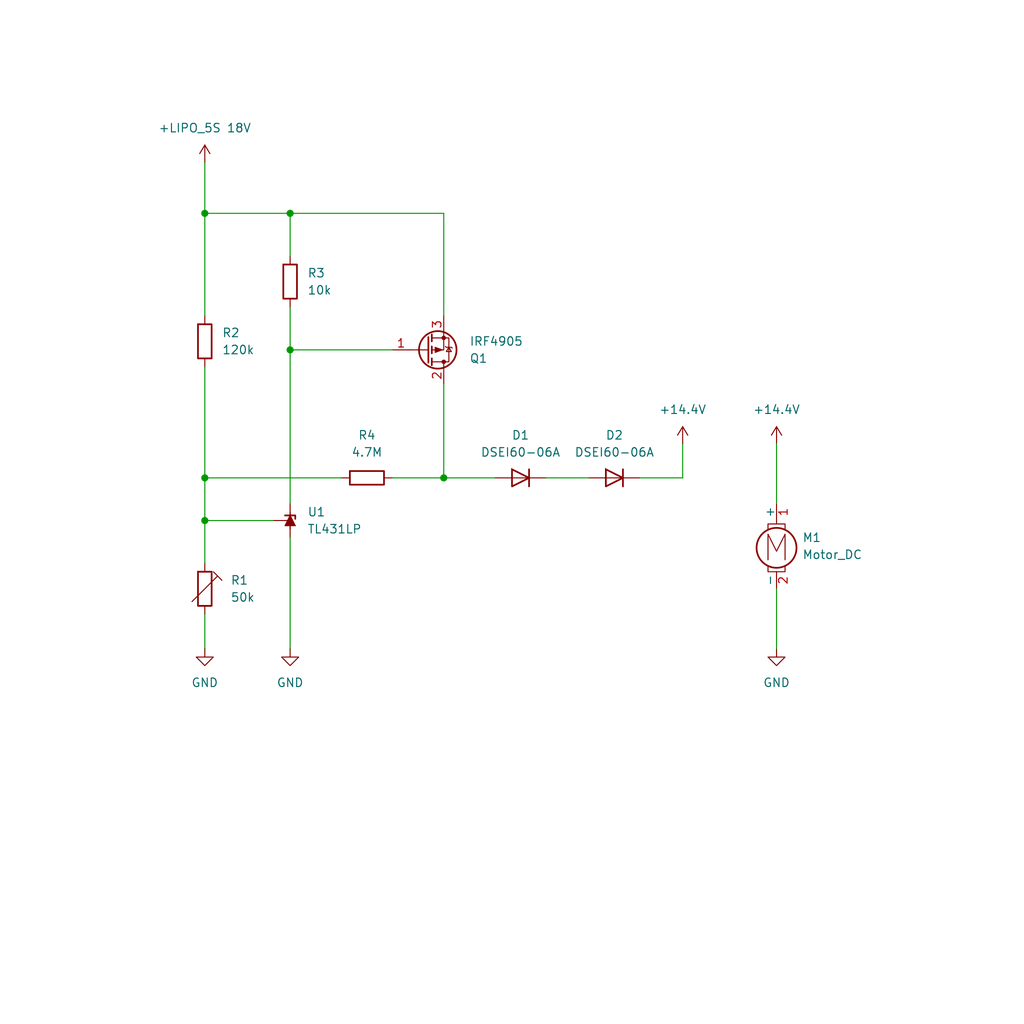
<source format=kicad_sch>
(kicad_sch
	(version 20231120)
	(generator "eeschema")
	(generator_version "8.0")
	(uuid "829465a1-a117-4de2-a6c4-f526d71419ae")
	(paper "User" 152.4 152.4)
	(lib_symbols
		(symbol "Device:R"
			(pin_numbers hide)
			(pin_names
				(offset 0)
			)
			(exclude_from_sim no)
			(in_bom yes)
			(on_board yes)
			(property "Reference" "R"
				(at 2.032 0 90)
				(effects
					(font
						(size 1.27 1.27)
					)
				)
			)
			(property "Value" "R"
				(at 0 0 90)
				(effects
					(font
						(size 1.27 1.27)
					)
				)
			)
			(property "Footprint" ""
				(at -1.778 0 90)
				(effects
					(font
						(size 1.27 1.27)
					)
					(hide yes)
				)
			)
			(property "Datasheet" "~"
				(at 0 0 0)
				(effects
					(font
						(size 1.27 1.27)
					)
					(hide yes)
				)
			)
			(property "Description" "Resistor"
				(at 0 0 0)
				(effects
					(font
						(size 1.27 1.27)
					)
					(hide yes)
				)
			)
			(property "ki_keywords" "R res resistor"
				(at 0 0 0)
				(effects
					(font
						(size 1.27 1.27)
					)
					(hide yes)
				)
			)
			(property "ki_fp_filters" "R_*"
				(at 0 0 0)
				(effects
					(font
						(size 1.27 1.27)
					)
					(hide yes)
				)
			)
			(symbol "R_0_1"
				(rectangle
					(start -1.016 -2.54)
					(end 1.016 2.54)
					(stroke
						(width 0.254)
						(type default)
					)
					(fill
						(type none)
					)
				)
			)
			(symbol "R_1_1"
				(pin passive line
					(at 0 3.81 270)
					(length 1.27)
					(name "~"
						(effects
							(font
								(size 1.27 1.27)
							)
						)
					)
					(number "1"
						(effects
							(font
								(size 1.27 1.27)
							)
						)
					)
				)
				(pin passive line
					(at 0 -3.81 90)
					(length 1.27)
					(name "~"
						(effects
							(font
								(size 1.27 1.27)
							)
						)
					)
					(number "2"
						(effects
							(font
								(size 1.27 1.27)
							)
						)
					)
				)
			)
		)
		(symbol "Device:R_Trim"
			(pin_numbers hide)
			(pin_names
				(offset 0)
			)
			(exclude_from_sim no)
			(in_bom yes)
			(on_board yes)
			(property "Reference" "R"
				(at 2.54 -2.54 90)
				(effects
					(font
						(size 1.27 1.27)
					)
					(justify left)
				)
			)
			(property "Value" "R_Trim"
				(at -2.54 -0.635 90)
				(effects
					(font
						(size 1.27 1.27)
					)
					(justify left)
				)
			)
			(property "Footprint" ""
				(at -1.778 0 90)
				(effects
					(font
						(size 1.27 1.27)
					)
					(hide yes)
				)
			)
			(property "Datasheet" "~"
				(at 0 0 0)
				(effects
					(font
						(size 1.27 1.27)
					)
					(hide yes)
				)
			)
			(property "Description" "Trimmable resistor (preset resistor)"
				(at 0 0 0)
				(effects
					(font
						(size 1.27 1.27)
					)
					(hide yes)
				)
			)
			(property "ki_keywords" "R res resistor variable potentiometer trimmer"
				(at 0 0 0)
				(effects
					(font
						(size 1.27 1.27)
					)
					(hide yes)
				)
			)
			(property "ki_fp_filters" "R_*"
				(at 0 0 0)
				(effects
					(font
						(size 1.27 1.27)
					)
					(hide yes)
				)
			)
			(symbol "R_Trim_0_1"
				(rectangle
					(start -1.016 -2.54)
					(end 1.016 2.54)
					(stroke
						(width 0.254)
						(type default)
					)
					(fill
						(type none)
					)
				)
				(polyline
					(pts
						(xy -1.905 -1.905) (xy 1.905 1.905) (xy 2.54 1.27) (xy 1.27 2.54)
					)
					(stroke
						(width 0)
						(type default)
					)
					(fill
						(type none)
					)
				)
			)
			(symbol "R_Trim_1_1"
				(pin passive line
					(at 0 3.81 270)
					(length 1.27)
					(name "~"
						(effects
							(font
								(size 1.27 1.27)
							)
						)
					)
					(number "1"
						(effects
							(font
								(size 1.27 1.27)
							)
						)
					)
				)
				(pin passive line
					(at 0 -3.81 90)
					(length 1.27)
					(name "~"
						(effects
							(font
								(size 1.27 1.27)
							)
						)
					)
					(number "2"
						(effects
							(font
								(size 1.27 1.27)
							)
						)
					)
				)
			)
		)
		(symbol "Diode:1N4001"
			(pin_numbers hide)
			(pin_names hide)
			(exclude_from_sim no)
			(in_bom yes)
			(on_board yes)
			(property "Reference" "D"
				(at 0 2.54 0)
				(effects
					(font
						(size 1.27 1.27)
					)
				)
			)
			(property "Value" "1N4001"
				(at 0 -2.54 0)
				(effects
					(font
						(size 1.27 1.27)
					)
				)
			)
			(property "Footprint" "Diode_THT:D_DO-41_SOD81_P10.16mm_Horizontal"
				(at 0 0 0)
				(effects
					(font
						(size 1.27 1.27)
					)
					(hide yes)
				)
			)
			(property "Datasheet" "http://www.vishay.com/docs/88503/1n4001.pdf"
				(at 0 0 0)
				(effects
					(font
						(size 1.27 1.27)
					)
					(hide yes)
				)
			)
			(property "Description" "50V 1A General Purpose Rectifier Diode, DO-41"
				(at 0 0 0)
				(effects
					(font
						(size 1.27 1.27)
					)
					(hide yes)
				)
			)
			(property "Sim.Device" "D"
				(at 0 0 0)
				(effects
					(font
						(size 1.27 1.27)
					)
					(hide yes)
				)
			)
			(property "Sim.Pins" "1=K 2=A"
				(at 0 0 0)
				(effects
					(font
						(size 1.27 1.27)
					)
					(hide yes)
				)
			)
			(property "ki_keywords" "diode"
				(at 0 0 0)
				(effects
					(font
						(size 1.27 1.27)
					)
					(hide yes)
				)
			)
			(property "ki_fp_filters" "D*DO?41*"
				(at 0 0 0)
				(effects
					(font
						(size 1.27 1.27)
					)
					(hide yes)
				)
			)
			(symbol "1N4001_0_1"
				(polyline
					(pts
						(xy -1.27 1.27) (xy -1.27 -1.27)
					)
					(stroke
						(width 0.254)
						(type default)
					)
					(fill
						(type none)
					)
				)
				(polyline
					(pts
						(xy 1.27 0) (xy -1.27 0)
					)
					(stroke
						(width 0)
						(type default)
					)
					(fill
						(type none)
					)
				)
				(polyline
					(pts
						(xy 1.27 1.27) (xy 1.27 -1.27) (xy -1.27 0) (xy 1.27 1.27)
					)
					(stroke
						(width 0.254)
						(type default)
					)
					(fill
						(type none)
					)
				)
			)
			(symbol "1N4001_1_1"
				(pin passive line
					(at -3.81 0 0)
					(length 2.54)
					(name "K"
						(effects
							(font
								(size 1.27 1.27)
							)
						)
					)
					(number "1"
						(effects
							(font
								(size 1.27 1.27)
							)
						)
					)
				)
				(pin passive line
					(at 3.81 0 180)
					(length 2.54)
					(name "A"
						(effects
							(font
								(size 1.27 1.27)
							)
						)
					)
					(number "2"
						(effects
							(font
								(size 1.27 1.27)
							)
						)
					)
				)
			)
		)
		(symbol "Motor:Motor_DC_ALT"
			(pin_names
				(offset 0)
			)
			(exclude_from_sim no)
			(in_bom yes)
			(on_board yes)
			(property "Reference" "M"
				(at 2.54 2.54 0)
				(effects
					(font
						(size 1.27 1.27)
					)
					(justify left)
				)
			)
			(property "Value" "Motor_DC_ALT"
				(at 2.54 -5.08 0)
				(effects
					(font
						(size 1.27 1.27)
					)
					(justify left top)
				)
			)
			(property "Footprint" ""
				(at 0 -2.286 0)
				(effects
					(font
						(size 1.27 1.27)
					)
					(hide yes)
				)
			)
			(property "Datasheet" "~"
				(at 0 -2.286 0)
				(effects
					(font
						(size 1.27 1.27)
					)
					(hide yes)
				)
			)
			(property "Description" "DC Motor, alternative symbol"
				(at 0 0 0)
				(effects
					(font
						(size 1.27 1.27)
					)
					(hide yes)
				)
			)
			(property "ki_keywords" "DC Motor"
				(at 0 0 0)
				(effects
					(font
						(size 1.27 1.27)
					)
					(hide yes)
				)
			)
			(property "ki_fp_filters" "PinHeader*P2.54mm* TerminalBlock*"
				(at 0 0 0)
				(effects
					(font
						(size 1.27 1.27)
					)
					(hide yes)
				)
			)
			(symbol "Motor_DC_ALT_0_0"
				(circle
					(center 0 -1.524)
					(radius 2.9718)
					(stroke
						(width 0.254)
						(type default)
					)
					(fill
						(type none)
					)
				)
				(polyline
					(pts
						(xy -1.27 -4.318) (xy -1.27 -5.08) (xy 1.27 -5.08) (xy 1.27 -4.318)
					)
					(stroke
						(width 0)
						(type default)
					)
					(fill
						(type none)
					)
				)
				(polyline
					(pts
						(xy -1.27 1.27) (xy -1.27 2.032) (xy 1.27 2.032) (xy 1.27 1.27)
					)
					(stroke
						(width 0)
						(type default)
					)
					(fill
						(type none)
					)
				)
				(polyline
					(pts
						(xy -1.27 -3.302) (xy -1.27 0.508) (xy 0 -2.032) (xy 1.27 0.508) (xy 1.27 -3.302)
					)
					(stroke
						(width 0)
						(type default)
					)
					(fill
						(type none)
					)
				)
			)
			(symbol "Motor_DC_ALT_0_1"
				(polyline
					(pts
						(xy 0 2.032) (xy 0 2.54)
					)
					(stroke
						(width 0)
						(type default)
					)
					(fill
						(type none)
					)
				)
			)
			(symbol "Motor_DC_ALT_1_1"
				(pin passive line
					(at 0 5.08 270)
					(length 2.54)
					(name "+"
						(effects
							(font
								(size 1.27 1.27)
							)
						)
					)
					(number "1"
						(effects
							(font
								(size 1.27 1.27)
							)
						)
					)
				)
				(pin passive line
					(at 0 -7.62 90)
					(length 2.54)
					(name "-"
						(effects
							(font
								(size 1.27 1.27)
							)
						)
					)
					(number "2"
						(effects
							(font
								(size 1.27 1.27)
							)
						)
					)
				)
			)
		)
		(symbol "Reference_Voltage:TL431LP"
			(pin_numbers hide)
			(pin_names hide)
			(exclude_from_sim no)
			(in_bom yes)
			(on_board yes)
			(property "Reference" "U"
				(at -2.54 2.54 0)
				(effects
					(font
						(size 1.27 1.27)
					)
				)
			)
			(property "Value" "TL431LP"
				(at 0 -2.54 0)
				(effects
					(font
						(size 1.27 1.27)
					)
				)
			)
			(property "Footprint" "Package_TO_SOT_THT:TO-92_Inline"
				(at 0 -4.826 0)
				(effects
					(font
						(size 1.27 1.27)
						(italic yes)
					)
					(hide yes)
				)
			)
			(property "Datasheet" "http://www.ti.com/lit/ds/symlink/tl431.pdf"
				(at 0.508 -7.112 0)
				(effects
					(font
						(size 1.27 1.27)
						(italic yes)
					)
					(hide yes)
				)
			)
			(property "Description" "Shunt Regulator, TO-92"
				(at 0 -8.89 0)
				(effects
					(font
						(size 1.27 1.27)
					)
					(hide yes)
				)
			)
			(property "ki_keywords" "diode device regulator shunt"
				(at 0 0 0)
				(effects
					(font
						(size 1.27 1.27)
					)
					(hide yes)
				)
			)
			(property "ki_fp_filters" "TO*92*"
				(at 0 0 0)
				(effects
					(font
						(size 1.27 1.27)
					)
					(hide yes)
				)
			)
			(symbol "TL431LP_0_1"
				(polyline
					(pts
						(xy -1.27 0) (xy 0 0) (xy 1.27 0)
					)
					(stroke
						(width 0)
						(type default)
					)
					(fill
						(type none)
					)
				)
				(polyline
					(pts
						(xy -0.762 -0.762) (xy -0.762 0.762) (xy 0.762 0) (xy -0.762 -0.762)
					)
					(stroke
						(width 0)
						(type default)
					)
					(fill
						(type outline)
					)
				)
				(polyline
					(pts
						(xy 0.254 -0.762) (xy 0.762 -0.762) (xy 0.762 0.762) (xy 0.762 0.762)
					)
					(stroke
						(width 0.254)
						(type default)
					)
					(fill
						(type none)
					)
				)
			)
			(symbol "TL431LP_1_1"
				(pin passive line
					(at 0 2.54 270)
					(length 2.54)
					(name "REF"
						(effects
							(font
								(size 1.27 1.27)
							)
						)
					)
					(number "1"
						(effects
							(font
								(size 1.27 1.27)
							)
						)
					)
				)
				(pin passive line
					(at -2.54 0 0)
					(length 2.54)
					(name "A"
						(effects
							(font
								(size 1.27 1.27)
							)
						)
					)
					(number "2"
						(effects
							(font
								(size 1.27 1.27)
							)
						)
					)
				)
				(pin passive line
					(at 2.54 0 180)
					(length 2.54)
					(name "K"
						(effects
							(font
								(size 1.27 1.27)
							)
						)
					)
					(number "3"
						(effects
							(font
								(size 1.27 1.27)
							)
						)
					)
				)
			)
		)
		(symbol "Transistor_FET:IRF4905"
			(pin_names hide)
			(exclude_from_sim no)
			(in_bom yes)
			(on_board yes)
			(property "Reference" "Q"
				(at 5.08 1.905 0)
				(effects
					(font
						(size 1.27 1.27)
					)
					(justify left)
				)
			)
			(property "Value" "IRF4905"
				(at 5.08 0 0)
				(effects
					(font
						(size 1.27 1.27)
					)
					(justify left)
				)
			)
			(property "Footprint" "Package_TO_SOT_THT:TO-220-3_Vertical"
				(at 5.08 -1.905 0)
				(effects
					(font
						(size 1.27 1.27)
						(italic yes)
					)
					(justify left)
					(hide yes)
				)
			)
			(property "Datasheet" "http://www.infineon.com/dgdl/irf4905.pdf?fileId=5546d462533600a4015355e32165197c"
				(at 5.08 -3.81 0)
				(effects
					(font
						(size 1.27 1.27)
					)
					(justify left)
					(hide yes)
				)
			)
			(property "Description" "-74A Id, -55V Vds, Single P-Channel HEXFET Power MOSFET, 20mOhm Ron, TO-220AB"
				(at 0 0 0)
				(effects
					(font
						(size 1.27 1.27)
					)
					(hide yes)
				)
			)
			(property "ki_keywords" "Single P-Channel HEXFET Power MOSFET"
				(at 0 0 0)
				(effects
					(font
						(size 1.27 1.27)
					)
					(hide yes)
				)
			)
			(property "ki_fp_filters" "TO?220*"
				(at 0 0 0)
				(effects
					(font
						(size 1.27 1.27)
					)
					(hide yes)
				)
			)
			(symbol "IRF4905_0_1"
				(polyline
					(pts
						(xy 0.254 0) (xy -2.54 0)
					)
					(stroke
						(width 0)
						(type default)
					)
					(fill
						(type none)
					)
				)
				(polyline
					(pts
						(xy 0.254 1.905) (xy 0.254 -1.905)
					)
					(stroke
						(width 0.254)
						(type default)
					)
					(fill
						(type none)
					)
				)
				(polyline
					(pts
						(xy 0.762 -1.27) (xy 0.762 -2.286)
					)
					(stroke
						(width 0.254)
						(type default)
					)
					(fill
						(type none)
					)
				)
				(polyline
					(pts
						(xy 0.762 0.508) (xy 0.762 -0.508)
					)
					(stroke
						(width 0.254)
						(type default)
					)
					(fill
						(type none)
					)
				)
				(polyline
					(pts
						(xy 0.762 2.286) (xy 0.762 1.27)
					)
					(stroke
						(width 0.254)
						(type default)
					)
					(fill
						(type none)
					)
				)
				(polyline
					(pts
						(xy 2.54 2.54) (xy 2.54 1.778)
					)
					(stroke
						(width 0)
						(type default)
					)
					(fill
						(type none)
					)
				)
				(polyline
					(pts
						(xy 2.54 -2.54) (xy 2.54 0) (xy 0.762 0)
					)
					(stroke
						(width 0)
						(type default)
					)
					(fill
						(type none)
					)
				)
				(polyline
					(pts
						(xy 0.762 1.778) (xy 3.302 1.778) (xy 3.302 -1.778) (xy 0.762 -1.778)
					)
					(stroke
						(width 0)
						(type default)
					)
					(fill
						(type none)
					)
				)
				(polyline
					(pts
						(xy 2.286 0) (xy 1.27 0.381) (xy 1.27 -0.381) (xy 2.286 0)
					)
					(stroke
						(width 0)
						(type default)
					)
					(fill
						(type outline)
					)
				)
				(polyline
					(pts
						(xy 2.794 -0.508) (xy 2.921 -0.381) (xy 3.683 -0.381) (xy 3.81 -0.254)
					)
					(stroke
						(width 0)
						(type default)
					)
					(fill
						(type none)
					)
				)
				(polyline
					(pts
						(xy 3.302 -0.381) (xy 2.921 0.254) (xy 3.683 0.254) (xy 3.302 -0.381)
					)
					(stroke
						(width 0)
						(type default)
					)
					(fill
						(type none)
					)
				)
				(circle
					(center 1.651 0)
					(radius 2.794)
					(stroke
						(width 0.254)
						(type default)
					)
					(fill
						(type none)
					)
				)
				(circle
					(center 2.54 -1.778)
					(radius 0.254)
					(stroke
						(width 0)
						(type default)
					)
					(fill
						(type outline)
					)
				)
				(circle
					(center 2.54 1.778)
					(radius 0.254)
					(stroke
						(width 0)
						(type default)
					)
					(fill
						(type outline)
					)
				)
			)
			(symbol "IRF4905_1_1"
				(pin input line
					(at -5.08 0 0)
					(length 2.54)
					(name "G"
						(effects
							(font
								(size 1.27 1.27)
							)
						)
					)
					(number "1"
						(effects
							(font
								(size 1.27 1.27)
							)
						)
					)
				)
				(pin passive line
					(at 2.54 5.08 270)
					(length 2.54)
					(name "D"
						(effects
							(font
								(size 1.27 1.27)
							)
						)
					)
					(number "2"
						(effects
							(font
								(size 1.27 1.27)
							)
						)
					)
				)
				(pin passive line
					(at 2.54 -5.08 90)
					(length 2.54)
					(name "S"
						(effects
							(font
								(size 1.27 1.27)
							)
						)
					)
					(number "3"
						(effects
							(font
								(size 1.27 1.27)
							)
						)
					)
				)
			)
		)
		(symbol "power:+15V"
			(power)
			(pin_numbers hide)
			(pin_names
				(offset 0) hide)
			(exclude_from_sim no)
			(in_bom yes)
			(on_board yes)
			(property "Reference" "#PWR"
				(at 0 -3.81 0)
				(effects
					(font
						(size 1.27 1.27)
					)
					(hide yes)
				)
			)
			(property "Value" "+15V"
				(at 0 3.556 0)
				(effects
					(font
						(size 1.27 1.27)
					)
				)
			)
			(property "Footprint" ""
				(at 0 0 0)
				(effects
					(font
						(size 1.27 1.27)
					)
					(hide yes)
				)
			)
			(property "Datasheet" ""
				(at 0 0 0)
				(effects
					(font
						(size 1.27 1.27)
					)
					(hide yes)
				)
			)
			(property "Description" "Power symbol creates a global label with name \"+15V\""
				(at 0 0 0)
				(effects
					(font
						(size 1.27 1.27)
					)
					(hide yes)
				)
			)
			(property "ki_keywords" "global power"
				(at 0 0 0)
				(effects
					(font
						(size 1.27 1.27)
					)
					(hide yes)
				)
			)
			(symbol "+15V_0_1"
				(polyline
					(pts
						(xy -0.762 1.27) (xy 0 2.54)
					)
					(stroke
						(width 0)
						(type default)
					)
					(fill
						(type none)
					)
				)
				(polyline
					(pts
						(xy 0 0) (xy 0 2.54)
					)
					(stroke
						(width 0)
						(type default)
					)
					(fill
						(type none)
					)
				)
				(polyline
					(pts
						(xy 0 2.54) (xy 0.762 1.27)
					)
					(stroke
						(width 0)
						(type default)
					)
					(fill
						(type none)
					)
				)
			)
			(symbol "+15V_1_1"
				(pin power_in line
					(at 0 0 90)
					(length 0)
					(name "~"
						(effects
							(font
								(size 1.27 1.27)
							)
						)
					)
					(number "1"
						(effects
							(font
								(size 1.27 1.27)
							)
						)
					)
				)
			)
		)
		(symbol "power:+BATT"
			(power)
			(pin_numbers hide)
			(pin_names
				(offset 0) hide)
			(exclude_from_sim no)
			(in_bom yes)
			(on_board yes)
			(property "Reference" "#PWR"
				(at 0 -3.81 0)
				(effects
					(font
						(size 1.27 1.27)
					)
					(hide yes)
				)
			)
			(property "Value" "+BATT"
				(at 0 3.556 0)
				(effects
					(font
						(size 1.27 1.27)
					)
				)
			)
			(property "Footprint" ""
				(at 0 0 0)
				(effects
					(font
						(size 1.27 1.27)
					)
					(hide yes)
				)
			)
			(property "Datasheet" ""
				(at 0 0 0)
				(effects
					(font
						(size 1.27 1.27)
					)
					(hide yes)
				)
			)
			(property "Description" "Power symbol creates a global label with name \"+BATT\""
				(at 0 0 0)
				(effects
					(font
						(size 1.27 1.27)
					)
					(hide yes)
				)
			)
			(property "ki_keywords" "global power battery"
				(at 0 0 0)
				(effects
					(font
						(size 1.27 1.27)
					)
					(hide yes)
				)
			)
			(symbol "+BATT_0_1"
				(polyline
					(pts
						(xy -0.762 1.27) (xy 0 2.54)
					)
					(stroke
						(width 0)
						(type default)
					)
					(fill
						(type none)
					)
				)
				(polyline
					(pts
						(xy 0 0) (xy 0 2.54)
					)
					(stroke
						(width 0)
						(type default)
					)
					(fill
						(type none)
					)
				)
				(polyline
					(pts
						(xy 0 2.54) (xy 0.762 1.27)
					)
					(stroke
						(width 0)
						(type default)
					)
					(fill
						(type none)
					)
				)
			)
			(symbol "+BATT_1_1"
				(pin power_in line
					(at 0 0 90)
					(length 0)
					(name "~"
						(effects
							(font
								(size 1.27 1.27)
							)
						)
					)
					(number "1"
						(effects
							(font
								(size 1.27 1.27)
							)
						)
					)
				)
			)
		)
		(symbol "power:GND"
			(power)
			(pin_numbers hide)
			(pin_names
				(offset 0) hide)
			(exclude_from_sim no)
			(in_bom yes)
			(on_board yes)
			(property "Reference" "#PWR"
				(at 0 -6.35 0)
				(effects
					(font
						(size 1.27 1.27)
					)
					(hide yes)
				)
			)
			(property "Value" "GND"
				(at 0 -3.81 0)
				(effects
					(font
						(size 1.27 1.27)
					)
				)
			)
			(property "Footprint" ""
				(at 0 0 0)
				(effects
					(font
						(size 1.27 1.27)
					)
					(hide yes)
				)
			)
			(property "Datasheet" ""
				(at 0 0 0)
				(effects
					(font
						(size 1.27 1.27)
					)
					(hide yes)
				)
			)
			(property "Description" "Power symbol creates a global label with name \"GND\" , ground"
				(at 0 0 0)
				(effects
					(font
						(size 1.27 1.27)
					)
					(hide yes)
				)
			)
			(property "ki_keywords" "global power"
				(at 0 0 0)
				(effects
					(font
						(size 1.27 1.27)
					)
					(hide yes)
				)
			)
			(symbol "GND_0_1"
				(polyline
					(pts
						(xy 0 0) (xy 0 -1.27) (xy 1.27 -1.27) (xy 0 -2.54) (xy -1.27 -1.27) (xy 0 -1.27)
					)
					(stroke
						(width 0)
						(type default)
					)
					(fill
						(type none)
					)
				)
			)
			(symbol "GND_1_1"
				(pin power_in line
					(at 0 0 270)
					(length 0)
					(name "~"
						(effects
							(font
								(size 1.27 1.27)
							)
						)
					)
					(number "1"
						(effects
							(font
								(size 1.27 1.27)
							)
						)
					)
				)
			)
		)
	)
	(junction
		(at 30.48 71.12)
		(diameter 0)
		(color 0 0 0 0)
		(uuid "39c3db2d-2a5a-4640-b5ef-553d8df72370")
	)
	(junction
		(at 43.18 31.75)
		(diameter 0)
		(color 0 0 0 0)
		(uuid "40633850-99cd-4f8c-af77-fe476ab9a6c8")
	)
	(junction
		(at 30.48 31.75)
		(diameter 0)
		(color 0 0 0 0)
		(uuid "4b2f975c-1b26-45b5-9d83-3d50f86bd001")
	)
	(junction
		(at 43.18 52.07)
		(diameter 0)
		(color 0 0 0 0)
		(uuid "88cf4e0b-1fd6-408c-89fa-af9d7c17c588")
	)
	(junction
		(at 66.04 71.12)
		(diameter 0)
		(color 0 0 0 0)
		(uuid "93554b6b-8f66-48e5-85b6-516649406ecb")
	)
	(junction
		(at 30.48 77.47)
		(diameter 0)
		(color 0 0 0 0)
		(uuid "fdb2dbfe-5631-43de-bc0d-0f737bbc8a3f")
	)
	(wire
		(pts
			(xy 115.57 87.63) (xy 115.57 96.52)
		)
		(stroke
			(width 0)
			(type default)
		)
		(uuid "07440d5c-27c7-4506-b38f-53d91ecbdccb")
	)
	(wire
		(pts
			(xy 43.18 45.72) (xy 43.18 52.07)
		)
		(stroke
			(width 0)
			(type default)
		)
		(uuid "3386fe18-9444-40ac-a5e5-b33134ea60dc")
	)
	(wire
		(pts
			(xy 30.48 77.47) (xy 30.48 83.82)
		)
		(stroke
			(width 0)
			(type default)
		)
		(uuid "5143cf32-54d3-4161-ae60-d8d73ee2bdf7")
	)
	(wire
		(pts
			(xy 30.48 91.44) (xy 30.48 96.52)
		)
		(stroke
			(width 0)
			(type default)
		)
		(uuid "569210be-62c5-4ced-aaad-447f98ad631d")
	)
	(wire
		(pts
			(xy 81.28 71.12) (xy 87.63 71.12)
		)
		(stroke
			(width 0)
			(type default)
		)
		(uuid "5f600c29-d3d3-4596-87d8-0761585bd780")
	)
	(wire
		(pts
			(xy 101.6 71.12) (xy 101.6 66.04)
		)
		(stroke
			(width 0)
			(type default)
		)
		(uuid "632f1324-3c9c-43a2-bdab-51ae11b02094")
	)
	(wire
		(pts
			(xy 66.04 31.75) (xy 43.18 31.75)
		)
		(stroke
			(width 0)
			(type default)
		)
		(uuid "6868a1a2-cdec-4c80-ba00-5f9581cd2209")
	)
	(wire
		(pts
			(xy 30.48 71.12) (xy 50.8 71.12)
		)
		(stroke
			(width 0)
			(type default)
		)
		(uuid "6a52bc31-538b-4a46-b4aa-f14e4502affb")
	)
	(wire
		(pts
			(xy 30.48 54.61) (xy 30.48 71.12)
		)
		(stroke
			(width 0)
			(type default)
		)
		(uuid "6e724179-0e2e-4be1-9a6c-08a68ab7b854")
	)
	(wire
		(pts
			(xy 30.48 31.75) (xy 30.48 46.99)
		)
		(stroke
			(width 0)
			(type default)
		)
		(uuid "79a575a3-a281-4706-8b88-3214e2426988")
	)
	(wire
		(pts
			(xy 43.18 52.07) (xy 43.18 74.93)
		)
		(stroke
			(width 0)
			(type default)
		)
		(uuid "87ce6a4d-7544-49b4-9f12-74c96cb8516c")
	)
	(wire
		(pts
			(xy 30.48 71.12) (xy 30.48 77.47)
		)
		(stroke
			(width 0)
			(type default)
		)
		(uuid "8fce37f6-cec6-4d8e-85cd-16150b22d040")
	)
	(wire
		(pts
			(xy 43.18 38.1) (xy 43.18 31.75)
		)
		(stroke
			(width 0)
			(type default)
		)
		(uuid "91507758-1072-412c-a25b-b4e8e89868a1")
	)
	(wire
		(pts
			(xy 58.42 71.12) (xy 66.04 71.12)
		)
		(stroke
			(width 0)
			(type default)
		)
		(uuid "99119cc9-90b8-4429-ba5a-dc2d8e32dc31")
	)
	(wire
		(pts
			(xy 95.25 71.12) (xy 101.6 71.12)
		)
		(stroke
			(width 0)
			(type default)
		)
		(uuid "a0faf426-7e0a-471e-ba7e-fd910c2aaf9e")
	)
	(wire
		(pts
			(xy 66.04 46.99) (xy 66.04 31.75)
		)
		(stroke
			(width 0)
			(type default)
		)
		(uuid "baecd428-bf1f-47a0-96aa-6852ac13ddd9")
	)
	(wire
		(pts
			(xy 43.18 80.01) (xy 43.18 96.52)
		)
		(stroke
			(width 0)
			(type default)
		)
		(uuid "c16920a2-17b0-41f6-a724-85e74b6e2f00")
	)
	(wire
		(pts
			(xy 115.57 66.04) (xy 115.57 74.93)
		)
		(stroke
			(width 0)
			(type default)
		)
		(uuid "ce442975-c48d-43c8-8984-79bcefbc915d")
	)
	(wire
		(pts
			(xy 43.18 31.75) (xy 30.48 31.75)
		)
		(stroke
			(width 0)
			(type default)
		)
		(uuid "d57c9b8a-72e3-45e5-ae2e-30ba37899658")
	)
	(wire
		(pts
			(xy 66.04 71.12) (xy 73.66 71.12)
		)
		(stroke
			(width 0)
			(type default)
		)
		(uuid "db3fb8cc-0579-4b1f-a8c5-fee26a0b3eca")
	)
	(wire
		(pts
			(xy 30.48 31.75) (xy 30.48 24.13)
		)
		(stroke
			(width 0)
			(type default)
		)
		(uuid "e0f04c9f-4cf7-4a04-ac95-51285541d89c")
	)
	(wire
		(pts
			(xy 43.18 52.07) (xy 58.42 52.07)
		)
		(stroke
			(width 0)
			(type default)
		)
		(uuid "e1e3433c-3c8f-4089-84c2-65b97e397c6e")
	)
	(wire
		(pts
			(xy 66.04 57.15) (xy 66.04 71.12)
		)
		(stroke
			(width 0)
			(type default)
		)
		(uuid "eb23e3cf-8a89-4914-abdf-87224179c09a")
	)
	(wire
		(pts
			(xy 40.64 77.47) (xy 30.48 77.47)
		)
		(stroke
			(width 0)
			(type default)
		)
		(uuid "efde0491-c139-4f10-802f-b572a6d60d0a")
	)
	(symbol
		(lib_id "Device:R")
		(at 30.48 50.8 0)
		(unit 1)
		(exclude_from_sim no)
		(in_bom yes)
		(on_board yes)
		(dnp no)
		(fields_autoplaced yes)
		(uuid "039167bc-5add-4079-be51-dcb2474133a8")
		(property "Reference" "R2"
			(at 33.02 49.5299 0)
			(effects
				(font
					(size 1.27 1.27)
				)
				(justify left)
			)
		)
		(property "Value" "120k"
			(at 33.02 52.0699 0)
			(effects
				(font
					(size 1.27 1.27)
				)
				(justify left)
			)
		)
		(property "Footprint" ""
			(at 28.702 50.8 90)
			(effects
				(font
					(size 1.27 1.27)
				)
				(hide yes)
			)
		)
		(property "Datasheet" "~"
			(at 30.48 50.8 0)
			(effects
				(font
					(size 1.27 1.27)
				)
				(hide yes)
			)
		)
		(property "Description" "Resistor"
			(at 30.48 50.8 0)
			(effects
				(font
					(size 1.27 1.27)
				)
				(hide yes)
			)
		)
		(pin "1"
			(uuid "c923e9d3-028a-45a6-8ab2-4b013a2c3ba2")
		)
		(pin "2"
			(uuid "2f697eca-cd42-4e81-8b12-ce296b881271")
		)
		(instances
			(project ""
				(path "/829465a1-a117-4de2-a6c4-f526d71419ae"
					(reference "R2")
					(unit 1)
				)
			)
		)
	)
	(symbol
		(lib_id "power:+15V")
		(at 101.6 66.04 0)
		(unit 1)
		(exclude_from_sim no)
		(in_bom yes)
		(on_board yes)
		(dnp no)
		(fields_autoplaced yes)
		(uuid "1b650436-51d2-4915-8e80-a1244d1e27b0")
		(property "Reference" "#PWR04"
			(at 101.6 69.85 0)
			(effects
				(font
					(size 1.27 1.27)
				)
				(hide yes)
			)
		)
		(property "Value" "+14.4V"
			(at 101.6 60.96 0)
			(effects
				(font
					(size 1.27 1.27)
				)
			)
		)
		(property "Footprint" ""
			(at 101.6 66.04 0)
			(effects
				(font
					(size 1.27 1.27)
				)
				(hide yes)
			)
		)
		(property "Datasheet" ""
			(at 101.6 66.04 0)
			(effects
				(font
					(size 1.27 1.27)
				)
				(hide yes)
			)
		)
		(property "Description" "Power symbol creates a global label with name \"+15V\""
			(at 101.6 66.04 0)
			(effects
				(font
					(size 1.27 1.27)
				)
				(hide yes)
			)
		)
		(pin "1"
			(uuid "e47da4af-a368-434e-8c91-40db6e805ce2")
		)
		(instances
			(project ""
				(path "/829465a1-a117-4de2-a6c4-f526d71419ae"
					(reference "#PWR04")
					(unit 1)
				)
			)
		)
	)
	(symbol
		(lib_id "power:+BATT")
		(at 30.48 24.13 0)
		(unit 1)
		(exclude_from_sim no)
		(in_bom yes)
		(on_board yes)
		(dnp no)
		(fields_autoplaced yes)
		(uuid "2d30a541-bfba-4e58-af59-9e72c1b57454")
		(property "Reference" "#PWR03"
			(at 30.48 27.94 0)
			(effects
				(font
					(size 1.27 1.27)
				)
				(hide yes)
			)
		)
		(property "Value" "+LIPO_5S 18V"
			(at 30.48 19.05 0)
			(effects
				(font
					(size 1.27 1.27)
				)
			)
		)
		(property "Footprint" ""
			(at 30.48 24.13 0)
			(effects
				(font
					(size 1.27 1.27)
				)
				(hide yes)
			)
		)
		(property "Datasheet" ""
			(at 30.48 24.13 0)
			(effects
				(font
					(size 1.27 1.27)
				)
				(hide yes)
			)
		)
		(property "Description" "Power symbol creates a global label with name \"+BATT\""
			(at 30.48 24.13 0)
			(effects
				(font
					(size 1.27 1.27)
				)
				(hide yes)
			)
		)
		(pin "1"
			(uuid "1cfc2ac8-f57b-4774-8b57-8f909c4bcc7f")
		)
		(instances
			(project ""
				(path "/829465a1-a117-4de2-a6c4-f526d71419ae"
					(reference "#PWR03")
					(unit 1)
				)
			)
		)
	)
	(symbol
		(lib_id "Diode:1N4001")
		(at 77.47 71.12 0)
		(mirror y)
		(unit 1)
		(exclude_from_sim no)
		(in_bom yes)
		(on_board yes)
		(dnp no)
		(uuid "30afc2fb-9c45-4d5b-8dfa-8fb6a1d98fa4")
		(property "Reference" "D1"
			(at 77.47 64.77 0)
			(effects
				(font
					(size 1.27 1.27)
				)
			)
		)
		(property "Value" "DSEI60-06A"
			(at 77.47 67.31 0)
			(effects
				(font
					(size 1.27 1.27)
				)
			)
		)
		(property "Footprint" "Diode_THT:D_DO-41_SOD81_P10.16mm_Horizontal"
			(at 77.47 71.12 0)
			(effects
				(font
					(size 1.27 1.27)
				)
				(hide yes)
			)
		)
		(property "Datasheet" "http://www.vishay.com/docs/88503/1n4001.pdf"
			(at 77.47 71.12 0)
			(effects
				(font
					(size 1.27 1.27)
				)
				(hide yes)
			)
		)
		(property "Description" "50V 1A General Purpose Rectifier Diode, DO-41"
			(at 77.47 71.12 0)
			(effects
				(font
					(size 1.27 1.27)
				)
				(hide yes)
			)
		)
		(property "Sim.Device" "D"
			(at 77.47 71.12 0)
			(effects
				(font
					(size 1.27 1.27)
				)
				(hide yes)
			)
		)
		(property "Sim.Pins" "1=K 2=A"
			(at 77.47 71.12 0)
			(effects
				(font
					(size 1.27 1.27)
				)
				(hide yes)
			)
		)
		(pin "2"
			(uuid "ef00baff-352f-4952-91dc-d3139c134ec0")
		)
		(pin "1"
			(uuid "e67c4e59-1ec4-4374-80d3-c922b8ea8c7d")
		)
		(instances
			(project ""
				(path "/829465a1-a117-4de2-a6c4-f526d71419ae"
					(reference "D1")
					(unit 1)
				)
			)
		)
	)
	(symbol
		(lib_id "power:GND")
		(at 30.48 96.52 0)
		(unit 1)
		(exclude_from_sim no)
		(in_bom yes)
		(on_board yes)
		(dnp no)
		(fields_autoplaced yes)
		(uuid "43624382-3bb9-4d21-9eac-8c98d39fdbe2")
		(property "Reference" "#PWR07"
			(at 30.48 102.87 0)
			(effects
				(font
					(size 1.27 1.27)
				)
				(hide yes)
			)
		)
		(property "Value" "GND"
			(at 30.48 101.6 0)
			(effects
				(font
					(size 1.27 1.27)
				)
			)
		)
		(property "Footprint" ""
			(at 30.48 96.52 0)
			(effects
				(font
					(size 1.27 1.27)
				)
				(hide yes)
			)
		)
		(property "Datasheet" ""
			(at 30.48 96.52 0)
			(effects
				(font
					(size 1.27 1.27)
				)
				(hide yes)
			)
		)
		(property "Description" "Power symbol creates a global label with name \"GND\" , ground"
			(at 30.48 96.52 0)
			(effects
				(font
					(size 1.27 1.27)
				)
				(hide yes)
			)
		)
		(pin "1"
			(uuid "ff94738f-d88e-4b0d-a9b7-61b44ce59e90")
		)
		(instances
			(project "Lipo18V_to_14.4V_protect"
				(path "/829465a1-a117-4de2-a6c4-f526d71419ae"
					(reference "#PWR07")
					(unit 1)
				)
			)
		)
	)
	(symbol
		(lib_id "Reference_Voltage:TL431LP")
		(at 43.18 77.47 90)
		(unit 1)
		(exclude_from_sim no)
		(in_bom yes)
		(on_board yes)
		(dnp no)
		(fields_autoplaced yes)
		(uuid "6959c550-4b4f-4ce5-baac-e19a9daa2e09")
		(property "Reference" "U1"
			(at 45.72 76.1999 90)
			(effects
				(font
					(size 1.27 1.27)
				)
				(justify right)
			)
		)
		(property "Value" "TL431LP"
			(at 45.72 78.7399 90)
			(effects
				(font
					(size 1.27 1.27)
				)
				(justify right)
			)
		)
		(property "Footprint" "Package_TO_SOT_THT:TO-92_Inline"
			(at 48.006 77.47 0)
			(effects
				(font
					(size 1.27 1.27)
					(italic yes)
				)
				(hide yes)
			)
		)
		(property "Datasheet" "http://www.ti.com/lit/ds/symlink/tl431.pdf"
			(at 50.292 76.962 0)
			(effects
				(font
					(size 1.27 1.27)
					(italic yes)
				)
				(hide yes)
			)
		)
		(property "Description" "Shunt Regulator, TO-92"
			(at 52.07 77.47 0)
			(effects
				(font
					(size 1.27 1.27)
				)
				(hide yes)
			)
		)
		(pin "2"
			(uuid "58f9bc9f-0c1f-4f7a-af8f-cc2dd2ba98ad")
		)
		(pin "3"
			(uuid "314ee257-d9c1-4190-a269-95e196116b74")
		)
		(pin "1"
			(uuid "6ede4b67-e38f-4fe3-92d7-292b7112b2a7")
		)
		(instances
			(project ""
				(path "/829465a1-a117-4de2-a6c4-f526d71419ae"
					(reference "U1")
					(unit 1)
				)
			)
		)
	)
	(symbol
		(lib_id "Transistor_FET:IRF4905")
		(at 63.5 52.07 0)
		(mirror x)
		(unit 1)
		(exclude_from_sim no)
		(in_bom yes)
		(on_board yes)
		(dnp no)
		(uuid "6a39a31a-925f-49d9-9383-8692f1c324d3")
		(property "Reference" "Q1"
			(at 69.85 53.3401 0)
			(effects
				(font
					(size 1.27 1.27)
				)
				(justify left)
			)
		)
		(property "Value" "IRF4905"
			(at 69.85 50.8001 0)
			(effects
				(font
					(size 1.27 1.27)
				)
				(justify left)
			)
		)
		(property "Footprint" "Package_TO_SOT_THT:TO-220-3_Vertical"
			(at 68.58 50.165 0)
			(effects
				(font
					(size 1.27 1.27)
					(italic yes)
				)
				(justify left)
				(hide yes)
			)
		)
		(property "Datasheet" "http://www.infineon.com/dgdl/irf4905.pdf?fileId=5546d462533600a4015355e32165197c"
			(at 68.58 48.26 0)
			(effects
				(font
					(size 1.27 1.27)
				)
				(justify left)
				(hide yes)
			)
		)
		(property "Description" "-74A Id, -55V Vds, Single P-Channel HEXFET Power MOSFET, 20mOhm Ron, TO-220AB"
			(at 63.5 52.07 0)
			(effects
				(font
					(size 1.27 1.27)
				)
				(hide yes)
			)
		)
		(pin "1"
			(uuid "9a4c4601-e174-421f-9b59-a0588ef3d13f")
		)
		(pin "2"
			(uuid "ddf71760-91f9-4d89-b514-77f381be691b")
		)
		(pin "3"
			(uuid "61950de4-f60a-4374-b876-762e9e763af7")
		)
		(instances
			(project ""
				(path "/829465a1-a117-4de2-a6c4-f526d71419ae"
					(reference "Q1")
					(unit 1)
				)
			)
		)
	)
	(symbol
		(lib_id "power:GND")
		(at 43.18 96.52 0)
		(unit 1)
		(exclude_from_sim no)
		(in_bom yes)
		(on_board yes)
		(dnp no)
		(fields_autoplaced yes)
		(uuid "7b0e8f23-8e05-4ead-847d-9601d1e63a6d")
		(property "Reference" "#PWR02"
			(at 43.18 102.87 0)
			(effects
				(font
					(size 1.27 1.27)
				)
				(hide yes)
			)
		)
		(property "Value" "GND"
			(at 43.18 101.6 0)
			(effects
				(font
					(size 1.27 1.27)
				)
			)
		)
		(property "Footprint" ""
			(at 43.18 96.52 0)
			(effects
				(font
					(size 1.27 1.27)
				)
				(hide yes)
			)
		)
		(property "Datasheet" ""
			(at 43.18 96.52 0)
			(effects
				(font
					(size 1.27 1.27)
				)
				(hide yes)
			)
		)
		(property "Description" "Power symbol creates a global label with name \"GND\" , ground"
			(at 43.18 96.52 0)
			(effects
				(font
					(size 1.27 1.27)
				)
				(hide yes)
			)
		)
		(pin "1"
			(uuid "1d2f9e88-28fe-42e0-a1ff-cf12ffbef430")
		)
		(instances
			(project ""
				(path "/829465a1-a117-4de2-a6c4-f526d71419ae"
					(reference "#PWR02")
					(unit 1)
				)
			)
		)
	)
	(symbol
		(lib_id "Motor:Motor_DC_ALT")
		(at 115.57 80.01 0)
		(unit 1)
		(exclude_from_sim no)
		(in_bom yes)
		(on_board yes)
		(dnp no)
		(fields_autoplaced yes)
		(uuid "936d25a1-70ec-48ec-b3db-10da43a3b4d8")
		(property "Reference" "M1"
			(at 119.38 80.0099 0)
			(effects
				(font
					(size 1.27 1.27)
				)
				(justify left)
			)
		)
		(property "Value" "Motor_DC"
			(at 119.38 82.5499 0)
			(effects
				(font
					(size 1.27 1.27)
				)
				(justify left)
			)
		)
		(property "Footprint" ""
			(at 115.57 82.296 0)
			(effects
				(font
					(size 1.27 1.27)
				)
				(hide yes)
			)
		)
		(property "Datasheet" "~"
			(at 115.57 82.296 0)
			(effects
				(font
					(size 1.27 1.27)
				)
				(hide yes)
			)
		)
		(property "Description" "DC Motor, alternative symbol"
			(at 115.57 80.01 0)
			(effects
				(font
					(size 1.27 1.27)
				)
				(hide yes)
			)
		)
		(pin "1"
			(uuid "80441c12-d26b-474a-9099-28578d53285e")
		)
		(pin "2"
			(uuid "70ee35b9-7308-4d26-9699-7dd60dffb85a")
		)
		(instances
			(project ""
				(path "/829465a1-a117-4de2-a6c4-f526d71419ae"
					(reference "M1")
					(unit 1)
				)
			)
		)
	)
	(symbol
		(lib_id "Device:R_Trim")
		(at 30.48 87.63 0)
		(unit 1)
		(exclude_from_sim no)
		(in_bom yes)
		(on_board yes)
		(dnp no)
		(fields_autoplaced yes)
		(uuid "b2871444-5b75-4103-a860-4a9f4af28f52")
		(property "Reference" "R1"
			(at 34.29 86.3599 0)
			(effects
				(font
					(size 1.27 1.27)
				)
				(justify left)
			)
		)
		(property "Value" "50k"
			(at 34.29 88.8999 0)
			(effects
				(font
					(size 1.27 1.27)
				)
				(justify left)
			)
		)
		(property "Footprint" ""
			(at 28.702 87.63 90)
			(effects
				(font
					(size 1.27 1.27)
				)
				(hide yes)
			)
		)
		(property "Datasheet" "~"
			(at 30.48 87.63 0)
			(effects
				(font
					(size 1.27 1.27)
				)
				(hide yes)
			)
		)
		(property "Description" "Trimmable resistor (preset resistor)"
			(at 30.48 87.63 0)
			(effects
				(font
					(size 1.27 1.27)
				)
				(hide yes)
			)
		)
		(pin "2"
			(uuid "b9e97a0c-6e38-4587-a209-a7a01a853c29")
		)
		(pin "1"
			(uuid "0ea3af63-8b86-4515-af0a-c7fab3a62093")
		)
		(instances
			(project ""
				(path "/829465a1-a117-4de2-a6c4-f526d71419ae"
					(reference "R1")
					(unit 1)
				)
			)
		)
	)
	(symbol
		(lib_id "power:+15V")
		(at 115.57 66.04 0)
		(unit 1)
		(exclude_from_sim no)
		(in_bom yes)
		(on_board yes)
		(dnp no)
		(fields_autoplaced yes)
		(uuid "bae9fed9-76bf-46fa-bf1e-6dc0f2fc23f8")
		(property "Reference" "#PWR05"
			(at 115.57 69.85 0)
			(effects
				(font
					(size 1.27 1.27)
				)
				(hide yes)
			)
		)
		(property "Value" "+14.4V"
			(at 115.57 60.96 0)
			(effects
				(font
					(size 1.27 1.27)
				)
			)
		)
		(property "Footprint" ""
			(at 115.57 66.04 0)
			(effects
				(font
					(size 1.27 1.27)
				)
				(hide yes)
			)
		)
		(property "Datasheet" ""
			(at 115.57 66.04 0)
			(effects
				(font
					(size 1.27 1.27)
				)
				(hide yes)
			)
		)
		(property "Description" "Power symbol creates a global label with name \"+15V\""
			(at 115.57 66.04 0)
			(effects
				(font
					(size 1.27 1.27)
				)
				(hide yes)
			)
		)
		(pin "1"
			(uuid "e9b61e68-1949-44ff-8356-c212ba329683")
		)
		(instances
			(project ""
				(path "/829465a1-a117-4de2-a6c4-f526d71419ae"
					(reference "#PWR05")
					(unit 1)
				)
			)
		)
	)
	(symbol
		(lib_id "power:GND")
		(at 115.57 96.52 0)
		(unit 1)
		(exclude_from_sim no)
		(in_bom yes)
		(on_board yes)
		(dnp no)
		(fields_autoplaced yes)
		(uuid "bf6185af-e722-405f-9812-be8f32043b37")
		(property "Reference" "#PWR06"
			(at 115.57 102.87 0)
			(effects
				(font
					(size 1.27 1.27)
				)
				(hide yes)
			)
		)
		(property "Value" "GND"
			(at 115.57 101.6 0)
			(effects
				(font
					(size 1.27 1.27)
				)
			)
		)
		(property "Footprint" ""
			(at 115.57 96.52 0)
			(effects
				(font
					(size 1.27 1.27)
				)
				(hide yes)
			)
		)
		(property "Datasheet" ""
			(at 115.57 96.52 0)
			(effects
				(font
					(size 1.27 1.27)
				)
				(hide yes)
			)
		)
		(property "Description" "Power symbol creates a global label with name \"GND\" , ground"
			(at 115.57 96.52 0)
			(effects
				(font
					(size 1.27 1.27)
				)
				(hide yes)
			)
		)
		(pin "1"
			(uuid "0d875f8b-e5e7-444a-8248-154b9cf22c8c")
		)
		(instances
			(project "Lipo18V_to_14.4V_protect"
				(path "/829465a1-a117-4de2-a6c4-f526d71419ae"
					(reference "#PWR06")
					(unit 1)
				)
			)
		)
	)
	(symbol
		(lib_id "Diode:1N4001")
		(at 91.44 71.12 0)
		(mirror y)
		(unit 1)
		(exclude_from_sim no)
		(in_bom yes)
		(on_board yes)
		(dnp no)
		(uuid "c5b9a60f-74b5-452f-8f4a-9656bcaa5b7b")
		(property "Reference" "D2"
			(at 91.44 64.77 0)
			(effects
				(font
					(size 1.27 1.27)
				)
			)
		)
		(property "Value" "DSEI60-06A"
			(at 91.44 67.31 0)
			(effects
				(font
					(size 1.27 1.27)
				)
			)
		)
		(property "Footprint" "Diode_THT:D_DO-41_SOD81_P10.16mm_Horizontal"
			(at 91.44 71.12 0)
			(effects
				(font
					(size 1.27 1.27)
				)
				(hide yes)
			)
		)
		(property "Datasheet" "http://www.vishay.com/docs/88503/1n4001.pdf"
			(at 91.44 71.12 0)
			(effects
				(font
					(size 1.27 1.27)
				)
				(hide yes)
			)
		)
		(property "Description" "50V 1A General Purpose Rectifier Diode, DO-41"
			(at 91.44 71.12 0)
			(effects
				(font
					(size 1.27 1.27)
				)
				(hide yes)
			)
		)
		(property "Sim.Device" "D"
			(at 91.44 71.12 0)
			(effects
				(font
					(size 1.27 1.27)
				)
				(hide yes)
			)
		)
		(property "Sim.Pins" "1=K 2=A"
			(at 91.44 71.12 0)
			(effects
				(font
					(size 1.27 1.27)
				)
				(hide yes)
			)
		)
		(pin "2"
			(uuid "1e11f4e9-1ce5-410d-9246-71cd5ff51378")
		)
		(pin "1"
			(uuid "8c0af9b5-b6c1-43ba-bb9d-6d1209329882")
		)
		(instances
			(project ""
				(path "/829465a1-a117-4de2-a6c4-f526d71419ae"
					(reference "D2")
					(unit 1)
				)
			)
		)
	)
	(symbol
		(lib_id "Device:R")
		(at 43.18 41.91 0)
		(unit 1)
		(exclude_from_sim no)
		(in_bom yes)
		(on_board yes)
		(dnp no)
		(fields_autoplaced yes)
		(uuid "cb30ab06-e008-4e14-bdbd-59ec47ec0fde")
		(property "Reference" "R3"
			(at 45.72 40.6399 0)
			(effects
				(font
					(size 1.27 1.27)
				)
				(justify left)
			)
		)
		(property "Value" "10k"
			(at 45.72 43.1799 0)
			(effects
				(font
					(size 1.27 1.27)
				)
				(justify left)
			)
		)
		(property "Footprint" ""
			(at 41.402 41.91 90)
			(effects
				(font
					(size 1.27 1.27)
				)
				(hide yes)
			)
		)
		(property "Datasheet" "~"
			(at 43.18 41.91 0)
			(effects
				(font
					(size 1.27 1.27)
				)
				(hide yes)
			)
		)
		(property "Description" "Resistor"
			(at 43.18 41.91 0)
			(effects
				(font
					(size 1.27 1.27)
				)
				(hide yes)
			)
		)
		(pin "2"
			(uuid "a47931a6-c5b0-4f01-a527-993c54ecb898")
		)
		(pin "1"
			(uuid "f5040230-1312-4954-815c-f14f78f78dc8")
		)
		(instances
			(project ""
				(path "/829465a1-a117-4de2-a6c4-f526d71419ae"
					(reference "R3")
					(unit 1)
				)
			)
		)
	)
	(symbol
		(lib_id "Device:R")
		(at 54.61 71.12 270)
		(unit 1)
		(exclude_from_sim no)
		(in_bom yes)
		(on_board yes)
		(dnp no)
		(fields_autoplaced yes)
		(uuid "d9abc5e4-96e6-4776-bdcd-c51241fd5900")
		(property "Reference" "R4"
			(at 54.61 64.77 90)
			(effects
				(font
					(size 1.27 1.27)
				)
			)
		)
		(property "Value" "4.7M"
			(at 54.61 67.31 90)
			(effects
				(font
					(size 1.27 1.27)
				)
			)
		)
		(property "Footprint" ""
			(at 54.61 69.342 90)
			(effects
				(font
					(size 1.27 1.27)
				)
				(hide yes)
			)
		)
		(property "Datasheet" "~"
			(at 54.61 71.12 0)
			(effects
				(font
					(size 1.27 1.27)
				)
				(hide yes)
			)
		)
		(property "Description" "Resistor"
			(at 54.61 71.12 0)
			(effects
				(font
					(size 1.27 1.27)
				)
				(hide yes)
			)
		)
		(pin "1"
			(uuid "efca848c-32cb-46e4-a289-aed6e454d06d")
		)
		(pin "2"
			(uuid "55fe9a4b-9459-47d3-b81d-6d637a31b777")
		)
		(instances
			(project ""
				(path "/829465a1-a117-4de2-a6c4-f526d71419ae"
					(reference "R4")
					(unit 1)
				)
			)
		)
	)
	(sheet_instances
		(path "/"
			(page "1")
		)
	)
)

</source>
